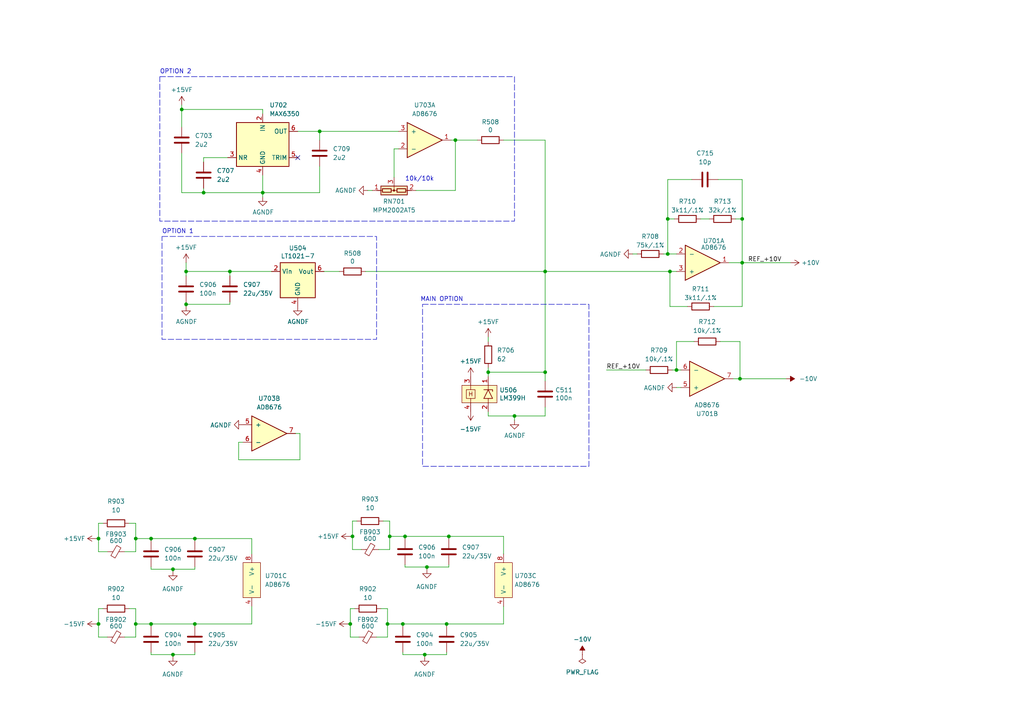
<source format=kicad_sch>
(kicad_sch (version 20230121) (generator eeschema)
  (paper "A4")
  (lib_symbols
    (symbol "ADC_TEST:AGNDF" (power) (pin_names (offset 0))
      (property "Value" "AGNDF" (at 0 -3.81 0))
      (symbol "AGNDF_0_1"
        (polyline (pts (xy 0 0) (xy 0 -1.27) (xy 1.27 -1.27) (xy 0 -2.54) (xy -1.27 -1.27) (xy 0 -1.27)))
      )
      (symbol "AGNDF_1_1"
        (pin power_in line (at 0 0 270) (length 0) hide (name "AGNDF") (number "1"))
      )
    )
    (symbol "ADC_TEST:LM399H" (pin_names (offset 1.016))
      (property "Reference" "U" (at -22.86 11.43 0))
      (property "Value" "LM399H" (at -22.86 11.43 0))
      (symbol "LM399H_0_0"
        (rectangle (start -5.08 2.54) (end 5.08 -2.54) (fill (type background)))
        (rectangle (start -3.81 1.27) (end -1.27 -1.27))
        (polyline (pts (xy -2.54 -2.54) (xy -2.54 -1.27)))
        (polyline (pts (xy -2.54 1.27) (xy -2.54 2.54)))
        (polyline (pts (xy 2.54 -2.54) (xy 2.54 -1.27)))
        (polyline (pts (xy 2.54 1.27) (xy 2.54 2.54)))
        (text "H" (at -2.54 0 0) (effects (font (size 1.27 1.27))))
      )
      (symbol "LM399H_1_1"
        (polyline (pts (xy 1.27 1.27) (xy 3.81 1.27) (xy 3.81 0.762)) (stroke (width 0.2032)))
        (polyline (pts (xy 1.27 -1.27) (xy 3.81 -1.27) (xy 2.54 1.27) (xy 1.27 -1.27)) (stroke (width 0.2032)))
        (pin passive line (at 2.54 5.08 270) (length 2.54) (name "~") (number "1"))
        (pin passive line (at 2.54 -5.08 90) (length 2.54) (name "~") (number "2"))
        (pin passive line (at -2.54 5.08 270) (length 2.54) (name "~") (number "3"))
        (pin passive line (at -2.54 -5.08 90) (length 2.54) (name "~") (number "4"))
      )
    )
    (symbol "ADC_TEST:LT1021-7"
      (property "Reference" "U" (at 0 8.89 0))
      (property "Value" "LT1021-7" (at -5.08 6.35 0))
      (symbol "LT1021-7_0_1"
        (rectangle (start -5.08 5.08) (end 5.08 -5.08) (stroke (width 0.254)) (fill (type background)))
      )
      (symbol "LT1021-7_1_1"
        (pin no_connect non_logic (at 0 5.08 90) (length 0) hide (name "DNC") (number "1"))
        (pin passive line (at -7.62 2.54 0) (length 2.54) (name "Vin") (number "2"))
        (pin no_connect non_logic (at 2.54 -5.08 270) (length 0) hide (name "DNC") (number "3"))
        (pin passive line (at 0 -7.62 90) (length 2.54) (name "GND") (number "4"))
        (pin no_connect non_logic (at 3.81 -5.08 270) (length 0) hide (name "DNC") (number "5"))
        (pin passive line (at 7.62 2.54 180) (length 2.54) (name "Vout") (number "6"))
        (pin no_connect non_logic (at -3.81 -5.08 270) (length 0) hide (name "DNC") (number "7"))
        (pin no_connect non_logic (at -2.54 -5.08 270) (length 0) hide (name "DNC") (number "8"))
      )
    )
    (symbol "Device:C" (pin_numbers hide) (pin_names (offset 0.254))
      (property "Reference" "C" (at 0.635 2.54 0))
      (property "Value" "C" (at 0.635 -2.54 0))
      (symbol "C_0_1"
        (polyline (pts (xy -2.032 -0.762) (xy 2.032 -0.762)) (stroke (width 0.508)))
        (polyline (pts (xy -2.032 0.762) (xy 2.032 0.762)) (stroke (width 0.508)))
      )
      (symbol "C_1_1"
        (pin passive line (at 0 3.81 270) (length 2.794) (name "~") (number "1"))
        (pin passive line (at 0 -3.81 90) (length 2.794) (name "~") (number "2"))
      )
    )
    (symbol "Device:FerriteBead_Small" (pin_numbers hide) (pin_names (offset 0))
      (property "Reference" "FB" (at 1.905 1.27 0))
      (property "Value" "FerriteBead_Small" (at 1.905 -1.27 0))
      (symbol "FerriteBead_Small_0_1"
        (polyline (pts (xy 0 -1.27) (xy 0 -0.7874)))
        (polyline (pts (xy 0 0.889) (xy 0 1.2954)))
        (polyline (pts (xy -1.8288 0.2794) (xy -1.1176 1.4986) (xy 1.8288 -0.2032) (xy 1.1176 -1.4224) (xy -1.8288 0.2794)))
      )
      (symbol "FerriteBead_Small_1_1"
        (pin passive line (at 0 2.54 270) (length 1.27) (name "~") (number "1"))
        (pin passive line (at 0 -2.54 90) (length 1.27) (name "~") (number "2"))
      )
    )
    (symbol "Device:R" (pin_numbers hide) (pin_names (offset 0))
      (property "Reference" "R" (at 2.032 0 90))
      (property "Value" "R" (at 0 0 90))
      (symbol "R_0_1"
        (rectangle (start -1.016 -2.54) (end 1.016 2.54) (stroke (width 0.254)))
      )
      (symbol "R_1_1"
        (pin passive line (at 0 3.81 270) (length 1.27) (name "~") (number "1"))
        (pin passive line (at 0 -3.81 90) (length 1.27) (name "~") (number "2"))
      )
    )
    (symbol "Device:VoltageDivider_CenterPin3" (pin_names (offset 0) hide)
      (property "Reference" "RN" (at -4.445 0 90))
      (property "Value" "VoltageDivider_CenterPin3" (at -2.54 0 90))
      (symbol "VoltageDivider_CenterPin3_0_1"
        (rectangle (start -1.27 -3.81) (end 1.27 3.81) (stroke (width 0.254)) (fill (type background)))
        (rectangle (start -0.508 -3.3782) (end 0.508 -0.8382) (stroke (width 0.254)))
        (rectangle (start -0.508 3.3782) (end 0.508 0.8382) (stroke (width 0.254)))
        (polyline (pts (xy 0 -5.08) (xy 0 -3.429)))
        (polyline (pts (xy 0 0.889) (xy 0 -0.889)))
        (polyline (pts (xy 0 5.08) (xy 0 3.3782)))
        (polyline (pts (xy 1.27 0) (xy 0 0)))
        (circle (center 0 0.0254) (radius 0.254) (fill (type outline)))
      )
      (symbol "VoltageDivider_CenterPin3_1_1"
        (pin passive line (at 0 6.35 270) (length 2.54) (name "~") (number "1"))
        (pin passive line (at 0 -6.35 90) (length 2.54) (name "~") (number "2"))
        (pin passive line (at 3.81 0 180) (length 2.54) (name "~") (number "3"))
      )
    )
    (symbol "ETH1CREF1A:+15VF" (power) (pin_names (offset 0))
      (property "Value" "+15VF" (at 0 3.556 0))
      (symbol "+15VF_0_1"
        (polyline (pts (xy -0.762 1.27) (xy 0 2.54)))
        (polyline (pts (xy 0 0) (xy 0 2.54)))
        (polyline (pts (xy 0 2.54) (xy 0.762 1.27)))
      )
      (symbol "+15VF_1_1"
        (pin power_in line (at 0 0 90) (length 0) hide (name "+15VF") (number "1"))
      )
    )
    (symbol "ETH1CREF1A:-15VF" (power) (pin_names (offset 0))
      (property "Value" "-15VF" (at 0 3.556 0))
      (symbol "-15VF_0_1"
        (polyline (pts (xy -0.762 1.27) (xy 0 2.54)))
        (polyline (pts (xy 0 0) (xy 0 2.54)))
        (polyline (pts (xy 0 2.54) (xy 0.762 1.27)))
      )
      (symbol "-15VF_1_1"
        (pin power_in line (at 0 0 90) (length 0) hide (name "-15VF") (number "1"))
      )
    )
    (symbol "ETH1CREF1A:AD8676" (pin_names (offset 1.016))
      (property "Reference" "U" (at 7.62 6.35 0))
      (property "Value" "AD8676" (at 7.62 3.81 0))
      (symbol "AD8676_1_1"
        (polyline (pts (xy -3.81 5.08) (xy 6.35 0) (xy -3.81 -5.08) (xy -3.81 5.08)) (stroke (width 0.254)) (fill (type background)))
        (pin output line (at 8.89 0 180) (length 2.54) (name "~") (number "1"))
        (pin input line (at -6.35 -2.54 0) (length 2.54) (name "-") (number "2"))
        (pin input line (at -6.35 2.54 0) (length 2.54) (name "+") (number "3"))
      )
      (symbol "AD8676_2_1"
        (polyline (pts (xy -3.81 5.08) (xy 6.35 0) (xy -3.81 -5.08) (xy -3.81 5.08)) (stroke (width 0.254)) (fill (type background)))
        (pin input line (at -6.35 2.54 0) (length 2.54) (name "+") (number "5"))
        (pin input line (at -6.35 -2.54 0) (length 2.54) (name "-") (number "6"))
        (pin output line (at 8.89 0 180) (length 2.54) (name "~") (number "7"))
      )
      (symbol "AD8676_3_1"
        (rectangle (start -2.54 5.08) (end 2.54 -5.08) (fill (type background)))
        (pin passive line (at 0 -7.62 90) (length 2.54) (name "V-") (number "4"))
        (pin passive line (at 0 7.62 270) (length 2.54) (name "V+") (number "8"))
      )
    )
    (symbol "ETH1CREF1A:AGNDF" (power) (pin_names (offset 0))
      (property "Value" "AGNDF" (at 0 -3.81 0))
      (symbol "AGNDF_0_1"
        (polyline (pts (xy 0 0) (xy 0 -1.27) (xy 1.27 -1.27) (xy 0 -2.54) (xy -1.27 -1.27) (xy 0 -1.27)))
      )
      (symbol "AGNDF_1_1"
        (pin power_in line (at 0 0 270) (length 0) hide (name "AGNDF") (number "1"))
      )
    )
    (symbol "Reference_Voltage:MAX6350"
      (property "Reference" "U" (at 1.27 6.35 0))
      (property "Value" "MAX6350" (at 1.27 -8.89 0))
      (symbol "MAX6350_0_1"
        (rectangle (start -7.62 5.08) (end 7.62 -7.62) (stroke (width 0.254)) (fill (type background)))
      )
      (symbol "MAX6350_1_1"
        (pin no_connect line (at -7.62 -2.54 0) (length 2.54) hide (name "NC") (number "1"))
        (pin power_in line (at 0 7.62 270) (length 2.54) (name "IN") (number "2"))
        (pin passive line (at -10.16 -5.08 0) (length 2.54) (name "NR") (number "3"))
        (pin power_in line (at 0 -10.16 90) (length 2.54) (name "GND") (number "4"))
        (pin passive line (at 10.16 -5.08 180) (length 2.54) (name "TRIM") (number "5"))
        (pin power_out line (at 10.16 2.54 180) (length 2.54) (name "OUT") (number "6"))
        (pin no_connect line (at 7.62 0 180) (length 2.54) hide (name "NC") (number "7"))
        (pin no_connect line (at 7.62 -2.54 180) (length 2.54) hide (name "NC") (number "8"))
      )
    )
    (symbol "power:+10V" (power) (pin_names (offset 0))
      (property "Value" "+10V" (at 0 3.556 0))
      (symbol "+10V_0_1"
        (polyline (pts (xy -0.762 1.27) (xy 0 2.54)))
        (polyline (pts (xy 0 0) (xy 0 2.54)))
        (polyline (pts (xy 0 2.54) (xy 0.762 1.27)))
      )
      (symbol "+10V_1_1"
        (pin power_in line (at 0 0 90) (length 0) hide (name "+10V") (number "1"))
      )
    )
    (symbol "power:-10V" (power) (pin_names (offset 0))
      (property "Value" "-10V" (at 0 3.81 0))
      (symbol "-10V_0_0"
        (pin power_in line (at 0 0 90) (length 0) hide (name "-10V") (number "1"))
      )
      (symbol "-10V_0_1"
        (polyline (pts (xy 0 0) (xy 0 1.27) (xy 0.762 1.27) (xy 0 2.54) (xy -0.762 1.27) (xy 0 1.27)) (fill (type outline)))
      )
    )
    (symbol "power:PWR_FLAG" (power) (pin_numbers hide) (pin_names (offset 0) hide)
      (property "Value" "PWR_FLAG" (at 0 3.81 0))
      (symbol "PWR_FLAG_0_0"
        (pin power_out line (at 0 0 90) (length 0) (name "pwr") (number "1"))
      )
      (symbol "PWR_FLAG_0_1"
        (polyline (pts (xy 0 0) (xy 0 1.27) (xy -1.016 1.905) (xy 0 2.54) (xy 1.016 1.905) (xy 0 1.27)))
      )
    )
  )
  (junction (at 194.31 78.74))
  (junction (at 76.2 55.88))
  (junction (at 43.815 180.975))
  (junction (at 53.975 78.74))
  (junction (at 196.215 107.315))
  (junction (at 214.63 109.855))
  (junction (at 56.515 180.975))
  (junction (at 130.175 155.575))
  (junction (at 123.825 164.465))
  (junction (at 215.265 76.2))
  (junction (at 28.575 156.21))
  (junction (at 39.37 156.21))
  (junction (at 158.115 78.74))
  (junction (at 215.265 63.5))
  (junction (at 66.675 78.74))
  (junction (at 50.165 165.1))
  (junction (at 123.19 189.865))
  (junction (at 56.515 156.21))
  (junction (at 52.705 31.75))
  (junction (at 101.6 180.975))
  (junction (at 50.165 189.865))
  (junction (at 158.115 107.95))
  (junction (at 92.71 38.1))
  (junction (at 132.08 40.64))
  (junction (at 113.03 155.575))
  (junction (at 149.225 120.65))
  (junction (at 193.675 73.66))
  (junction (at 116.84 180.975))
  (junction (at 53.975 88.265))
  (junction (at 141.605 107.95))
  (junction (at 193.675 63.5))
  (junction (at 129.54 180.975))
  (junction (at 28.575 180.975))
  (junction (at 39.37 180.975))
  (junction (at 117.475 155.575))
  (junction (at 102.235 155.575))
  (junction (at 59.055 55.88))
  (junction (at 112.395 180.975))
  (junction (at 43.815 156.21))
  (no_connect (at 86.36 45.72))
  (wire (pts (xy 76.2 55.88) (xy 76.2 50.8)))
  (wire (pts (xy 93.98 78.74) (xy 98.425 78.74)))
  (wire (pts (xy 28.575 160.02) (xy 31.115 160.02)))
  (wire (pts (xy 117.475 164.465) (xy 123.825 164.465)))
  (wire (pts (xy 43.815 189.23) (xy 43.815 189.865)))
  (wire (pts (xy 66.675 78.74) (xy 78.74 78.74)))
  (wire (pts (xy 102.87 176.53) (xy 101.6 176.53)))
  (wire (pts (xy 215.265 63.5) (xy 215.265 76.2)))
  (wire (pts (xy 149.225 121.92) (xy 149.225 120.65)))
  (wire (pts (xy 213.36 63.5) (xy 215.265 63.5)))
  (wire (pts (xy 66.675 78.74) (xy 53.975 78.74)))
  (wire (pts (xy 130.175 155.575) (xy 146.05 155.575)))
  (wire (pts (xy 117.475 155.575) (xy 117.475 156.21)))
  (wire (pts (xy 208.915 99.06) (xy 214.63 99.06)))
  (wire (pts (xy 29.845 176.53) (xy 28.575 176.53)))
  (wire (pts (xy 100.965 180.975) (xy 101.6 180.975)))
  (wire (pts (xy 116.84 180.975) (xy 129.54 180.975)))
  (wire (pts (xy 53.975 88.265) (xy 66.675 88.265)))
  (wire (pts (xy 211.455 76.2) (xy 215.265 76.2)))
  (wire (pts (xy 141.605 107.95) (xy 158.115 107.95)))
  (wire (pts (xy 92.71 38.1) (xy 115.57 38.1)))
  (wire (pts (xy 29.845 151.765) (xy 28.575 151.765)))
  (wire (pts (xy 183.515 73.66) (xy 184.785 73.66)))
  (wire (pts (xy 130.81 40.64) (xy 132.08 40.64)))
  (wire (pts (xy 86.995 133.35) (xy 86.995 125.73)))
  (wire (pts (xy 215.265 88.9) (xy 215.265 76.2)))
  (wire (pts (xy 112.395 184.785) (xy 112.395 180.975)))
  (wire (pts (xy 56.515 156.21) (xy 73.025 156.21)))
  (wire (pts (xy 102.235 151.13) (xy 102.235 155.575)))
  (wire (pts (xy 27.94 156.21) (xy 28.575 156.21)))
  (wire (pts (xy 215.265 52.07) (xy 215.265 63.5)))
  (wire (pts (xy 208.28 52.07) (xy 215.265 52.07)))
  (wire (pts (xy 193.675 63.5) (xy 195.58 63.5)))
  (wire (pts (xy 193.675 73.66) (xy 193.675 63.5)))
  (wire (pts (xy 28.575 156.21) (xy 28.575 160.02)))
  (wire (pts (xy 53.975 87.63) (xy 53.975 88.265)))
  (wire (pts (xy 43.815 189.865) (xy 50.165 189.865)))
  (wire (pts (xy 106.68 55.245) (xy 107.95 55.245)))
  (wire (pts (xy 194.945 107.315) (xy 196.215 107.315)))
  (wire (pts (xy 50.165 165.1) (xy 50.165 165.735)))
  (wire (pts (xy 59.055 55.88) (xy 52.705 55.88)))
  (wire (pts (xy 43.815 156.21) (xy 56.515 156.21)))
  (wire (pts (xy 158.115 120.65) (xy 158.115 118.11)))
  (wire (pts (xy 52.705 31.75) (xy 52.705 36.83)))
  (wire (pts (xy 70.485 128.27) (xy 69.215 128.27)))
  (wire (pts (xy 158.115 107.95) (xy 158.115 78.74)))
  (wire (pts (xy 116.84 189.865) (xy 123.19 189.865)))
  (wire (pts (xy 196.215 107.315) (xy 196.215 99.06)))
  (wire (pts (xy 123.825 164.465) (xy 130.175 164.465)))
  (wire (pts (xy 106.045 78.74) (xy 158.115 78.74)))
  (wire (pts (xy 207.01 88.9) (xy 215.265 88.9)))
  (wire (pts (xy 76.2 55.88) (xy 76.2 57.15)))
  (wire (pts (xy 66.675 78.74) (xy 66.675 80.01)))
  (wire (pts (xy 102.235 155.575) (xy 102.235 159.385)))
  (wire (pts (xy 194.31 78.74) (xy 194.31 88.9)))
  (wire (pts (xy 103.505 151.13) (xy 102.235 151.13)))
  (wire (pts (xy 196.215 99.06) (xy 201.295 99.06)))
  (wire (pts (xy 76.2 33.02) (xy 76.2 31.75)))
  (wire (pts (xy 132.08 40.64) (xy 138.43 40.64)))
  (wire (pts (xy 39.37 184.785) (xy 39.37 180.975)))
  (wire (pts (xy 50.165 165.1) (xy 56.515 165.1)))
  (wire (pts (xy 52.705 44.45) (xy 52.705 55.88)))
  (wire (pts (xy 117.475 155.575) (xy 130.175 155.575)))
  (wire (pts (xy 123.19 189.865) (xy 123.19 190.5)))
  (wire (pts (xy 114.3 51.435) (xy 114.3 43.18)))
  (wire (pts (xy 101.6 184.785) (xy 104.14 184.785)))
  (wire (pts (xy 39.37 151.765) (xy 37.465 151.765)))
  (wire (pts (xy 112.395 180.975) (xy 112.395 176.53)))
  (wire (pts (xy 69.215 133.35) (xy 86.995 133.35)))
  (wire (pts (xy 102.235 159.385) (xy 104.775 159.385)))
  (wire (pts (xy 196.215 107.315) (xy 197.485 107.315)))
  (wire (pts (xy 39.37 156.21) (xy 39.37 151.765)))
  (wire (pts (xy 56.515 165.1) (xy 56.515 164.465)))
  (wire (pts (xy 50.165 189.865) (xy 56.515 189.865)))
  (wire (pts (xy 28.575 151.765) (xy 28.575 156.21)))
  (wire (pts (xy 193.675 52.07) (xy 200.66 52.07)))
  (wire (pts (xy 196.215 78.74) (xy 194.31 78.74)))
  (wire (pts (xy 59.055 55.88) (xy 76.2 55.88)))
  (wire (pts (xy 43.815 156.21) (xy 43.815 156.845)))
  (wire (pts (xy 194.31 88.9) (xy 199.39 88.9)))
  (wire (pts (xy 39.37 176.53) (xy 37.465 176.53)))
  (wire (pts (xy 101.6 155.575) (xy 102.235 155.575)))
  (wire (pts (xy 92.71 55.88) (xy 92.71 48.26)))
  (wire (pts (xy 43.815 164.465) (xy 43.815 165.1)))
  (wire (pts (xy 141.605 119.38) (xy 141.605 120.65)))
  (wire (pts (xy 116.84 180.975) (xy 116.84 181.61)))
  (wire (pts (xy 123.825 164.465) (xy 123.825 165.1)))
  (wire (pts (xy 56.515 180.975) (xy 73.025 180.975)))
  (wire (pts (xy 92.71 38.1) (xy 86.36 38.1)))
  (wire (pts (xy 113.03 159.385) (xy 113.03 155.575)))
  (wire (pts (xy 203.2 63.5) (xy 205.74 63.5)))
  (wire (pts (xy 101.6 176.53) (xy 101.6 180.975)))
  (wire (pts (xy 214.63 109.855) (xy 212.725 109.855)))
  (wire (pts (xy 27.94 180.975) (xy 28.575 180.975)))
  (wire (pts (xy 56.515 156.21) (xy 56.515 156.845)))
  (wire (pts (xy 53.975 78.74) (xy 53.975 80.01)))
  (wire (pts (xy 39.37 160.02) (xy 39.37 156.21)))
  (wire (pts (xy 149.225 120.65) (xy 158.115 120.65)))
  (wire (pts (xy 43.815 165.1) (xy 50.165 165.1)))
  (wire (pts (xy 215.265 76.2) (xy 229.235 76.2)))
  (wire (pts (xy 214.63 109.855) (xy 227.965 109.855)))
  (wire (pts (xy 141.605 106.68) (xy 141.605 107.95)))
  (wire (pts (xy 114.3 43.18) (xy 115.57 43.18)))
  (wire (pts (xy 59.055 54.61) (xy 59.055 55.88)))
  (wire (pts (xy 146.05 40.64) (xy 158.115 40.64)))
  (wire (pts (xy 113.03 151.13) (xy 111.125 151.13)))
  (wire (pts (xy 196.215 73.66) (xy 193.675 73.66)))
  (wire (pts (xy 56.515 180.975) (xy 56.515 181.61)))
  (wire (pts (xy 101.6 180.975) (xy 101.6 184.785)))
  (wire (pts (xy 50.165 189.865) (xy 50.165 190.5)))
  (wire (pts (xy 52.705 30.48) (xy 52.705 31.75)))
  (wire (pts (xy 39.37 156.21) (xy 43.815 156.21)))
  (wire (pts (xy 109.22 184.785) (xy 112.395 184.785)))
  (wire (pts (xy 69.215 128.27) (xy 69.215 133.35)))
  (wire (pts (xy 53.975 88.265) (xy 53.975 88.9)))
  (wire (pts (xy 146.05 180.975) (xy 146.05 175.895)))
  (wire (pts (xy 129.54 189.865) (xy 129.54 189.23)))
  (wire (pts (xy 116.84 189.23) (xy 116.84 189.865)))
  (wire (pts (xy 158.115 40.64) (xy 158.115 78.74)))
  (wire (pts (xy 123.19 189.865) (xy 129.54 189.865)))
  (wire (pts (xy 129.54 180.975) (xy 129.54 181.61)))
  (wire (pts (xy 113.03 155.575) (xy 113.03 151.13)))
  (wire (pts (xy 39.37 180.975) (xy 43.815 180.975)))
  (wire (pts (xy 112.395 180.975) (xy 116.84 180.975)))
  (wire (pts (xy 39.37 180.975) (xy 39.37 176.53)))
  (wire (pts (xy 175.895 107.315) (xy 187.325 107.315)))
  (wire (pts (xy 158.115 110.49) (xy 158.115 107.95)))
  (wire (pts (xy 112.395 176.53) (xy 110.49 176.53)))
  (wire (pts (xy 113.03 155.575) (xy 117.475 155.575)))
  (wire (pts (xy 141.605 120.65) (xy 149.225 120.65)))
  (wire (pts (xy 86.995 125.73) (xy 85.725 125.73)))
  (wire (pts (xy 56.515 189.865) (xy 56.515 189.23)))
  (wire (pts (xy 117.475 163.83) (xy 117.475 164.465)))
  (wire (pts (xy 120.65 55.245) (xy 132.08 55.245)))
  (wire (pts (xy 59.055 46.99) (xy 59.055 45.72)))
  (wire (pts (xy 196.215 112.395) (xy 197.485 112.395)))
  (wire (pts (xy 129.54 180.975) (xy 146.05 180.975)))
  (wire (pts (xy 158.115 78.74) (xy 194.31 78.74)))
  (wire (pts (xy 76.2 55.88) (xy 92.71 55.88)))
  (wire (pts (xy 146.05 160.655) (xy 146.05 155.575)))
  (wire (pts (xy 36.195 184.785) (xy 39.37 184.785)))
  (wire (pts (xy 141.605 97.79) (xy 141.605 99.06)))
  (wire (pts (xy 92.71 40.64) (xy 92.71 38.1)))
  (wire (pts (xy 130.175 155.575) (xy 130.175 156.21)))
  (wire (pts (xy 76.2 31.75) (xy 52.705 31.75)))
  (wire (pts (xy 53.975 76.2) (xy 53.975 78.74)))
  (wire (pts (xy 28.575 176.53) (xy 28.575 180.975)))
  (wire (pts (xy 73.025 180.975) (xy 73.025 175.895)))
  (wire (pts (xy 59.055 45.72) (xy 66.04 45.72)))
  (wire (pts (xy 36.195 160.02) (xy 39.37 160.02)))
  (wire (pts (xy 132.08 55.245) (xy 132.08 40.64)))
  (wire (pts (xy 43.815 180.975) (xy 43.815 181.61)))
  (wire (pts (xy 109.855 159.385) (xy 113.03 159.385)))
  (wire (pts (xy 28.575 184.785) (xy 31.115 184.785)))
  (wire (pts (xy 193.675 63.5) (xy 193.675 52.07)))
  (wire (pts (xy 214.63 99.06) (xy 214.63 109.855)))
  (wire (pts (xy 28.575 180.975) (xy 28.575 184.785)))
  (wire (pts (xy 73.025 160.655) (xy 73.025 156.21)))
  (wire (pts (xy 66.675 87.63) (xy 66.675 88.265)))
  (wire (pts (xy 43.815 180.975) (xy 56.515 180.975)))
  (wire (pts (xy 130.175 164.465) (xy 130.175 163.83)))
  (wire (pts (xy 141.605 107.95) (xy 141.605 109.22)))
  (wire (pts (xy 192.405 73.66) (xy 193.675 73.66)))
  (rectangle (start 122.555 88.265) (end 170.815 135.255) (stroke (width 0) (type dash)))
  (rectangle (start 46.355 22.225) (end 149.225 64.135) (stroke (width 0) (type dash)))
  (rectangle (start 46.99 68.58) (end 109.22 98.425) (stroke (width 0) (type dash)))
  (text "OPTION 2" (at 46.355 21.59 0) (effects (font (size 1.27 1.27)) (justify left bottom)))
  (text "10k/10k" (at 117.475 52.705 0) (effects (font (size 1.27 1.27)) (justify left bottom)))
  (text "OPTION 1" (at 46.99 67.945 0) (effects (font (size 1.27 1.27)) (justify left bottom)))
  (text "MAIN OPTION" (at 121.92 87.63 0) (effects (font (size 1.27 1.27)) (justify left bottom)))
  (label "REF_+10V" (at 226.695 76.2 180))
  (label "REF_+10V" (at 175.895 107.315 0))
  (symbol (lib_id "Device:C") (at 53.975 83.82 0) (unit 1)
    (property "Reference" "C906" (at 57.785 82.55 0) (effects (justify left)))
    (property "Value" "100n" (at 57.785 85.09 0) (effects (justify left)))
    (instances (project "ETH1CREF1A" (path "" (reference "C906") (unit 1)) (path "" (reference "C704") (unit 1))))
  )
  (symbol (lib_id "Device:FerriteBead_Small") (at 106.68 184.785 90) (unit 1)
    (property "Reference" "FB902" (at 106.68 179.705 90))
    (property "Value" "600" (at 106.68 181.61 90))
    (instances (project "ETH1CREF1A" (path "" (reference "FB902") (unit 1)) (path "" (reference "FB703") (unit 1))))
  )
  (symbol (lib_id "Device:R") (at 141.605 102.87 0) (unit 1)
    (property "Reference" "R706" (at 144.145 101.6 0) (effects (justify left)))
    (property "Value" "62" (at 144.145 104.14 0) (effects (justify left)))
  )
  (symbol (lib_id "Device:R") (at 33.655 151.765 90) (unit 1)
    (property "Reference" "R903" (at 33.655 145.415 90))
    (property "Value" "10" (at 33.655 147.955 90))
    (instances (project "ETH1CREF1A" (path "" (reference "R903") (unit 1)) (path "" (reference "R701") (unit 1))))
  )
  (symbol (lib_id "Device:C") (at 59.055 50.8 0) (unit 1)
    (property "Reference" "C707" (at 62.865 49.53 0) (effects (justify left)))
    (property "Value" "2u2" (at 62.865 52.07 0) (effects (justify left)))
  )
  (symbol (lib_id "ETH1CREF1A:+15VF") (at 27.94 156.21 90) (unit 1)
    (property "Reference" "#PWR0911" (effects hide))
    (property "Value" "+15VF" (at 24.765 156.21 90) (effects (justify left)))
    (instances (project "ETH1CREF1A" (path "" (reference "#PWR0911") (unit 1)) (path "" (reference "#PWR0701") (unit 1))))
  )
  (symbol (lib_id "ETH1CREF1A:AGNDF") (at 123.825 165.1 0) (unit 1)
    (property "Reference" "#PWR0912" (effects hide))
    (property "Value" "AGNDF" (at 123.825 170.18 0))
    (instances (project "ETH1CREF1A" (path "" (reference "#PWR0912") (unit 1)) (path "" (reference "#PWR0715") (unit 1))))
  )
  (symbol (lib_id "Device:R") (at 203.2 88.9 90) (unit 1)
    (property "Reference" "R711" (at 203.2 83.82 90))
    (property "Value" "3k11/.1%" (at 203.2 86.36 90))
  )
  (symbol (lib_id "Device:FerriteBead_Small") (at 33.655 184.785 90) (unit 1)
    (property "Reference" "FB902" (at 33.655 179.705 90))
    (property "Value" "600" (at 33.655 181.61 90))
    (instances (project "ETH1CREF1A" (path "" (reference "FB902") (unit 1)) (path "" (reference "FB702") (unit 1))))
  )
  (symbol (lib_id "Device:C") (at 52.705 40.64 0) (unit 1)
    (property "Reference" "C703" (at 56.515 39.37 0) (effects (justify left)))
    (property "Value" "2u2" (at 56.515 41.91 0) (effects (justify left)))
  )
  (symbol (lib_id "Device:R") (at 33.655 176.53 90) (unit 1)
    (property "Reference" "R902" (at 33.655 170.815 90))
    (property "Value" "10" (at 33.655 173.355 90))
    (instances (project "ETH1CREF1A" (path "" (reference "R902") (unit 1)) (path "" (reference "R702") (unit 1))))
  )
  (symbol (lib_id "Device:R") (at 142.24 40.64 270) (unit 1)
    (property "Reference" "R508" (at 142.24 35.3822 90))
    (property "Value" "0" (at 142.24 37.6936 90))
    (property "Footprint" "Resistor_SMD:R_0603_1608Metric_Pad1.05x0.95mm_HandSolder" (effects hide))
    (instances (project "ADC_Test" (path "" (reference "R508") (unit 1))) (project "ETH1CREF1A" (path "" (reference "R707") (unit 1))))
  )
  (symbol (lib_id "ADC_TEST:AGNDF") (at 106.68 55.245 270) (unit 1)
    (property "Reference" "#PWR0523" (effects hide))
    (property "Value" "AGNDF" (at 100.33 55.245 90))
    (instances (project "ADC_Test" (path "" (reference "#PWR0523") (unit 1)) (path "" (reference "#PWR?") (unit 1))) (project "ETH1CREF1A" (path "" (reference "#PWR0713") (unit 1))))
  )
  (symbol (lib_id "ETH1CREF1A:AGNDF") (at 50.165 190.5 0) (unit 1)
    (property "Reference" "#PWR0909" (effects hide))
    (property "Value" "AGNDF" (at 50.165 195.58 0))
    (instances (project "ETH1CREF1A" (path "" (reference "#PWR0909") (unit 1)) (path "" (reference "#PWR0704") (unit 1))))
  )
  (symbol (lib_id "ETH1CREF1A:AD8676") (at 203.835 109.855 0) (mirror x) (unit 2)
    (property "Reference" "U701" (at 205.105 120.015 0))
    (property "Value" "AD8676" (at 205.105 117.475 0))
  )
  (symbol (lib_id "Device:VoltageDivider_CenterPin3") (at 114.3 55.245 90) (unit 1)
    (property "Reference" "RN701" (at 114.3 58.42 90))
    (property "Value" "MPM2002AT5" (at 114.3 60.96 90))
  )
  (symbol (lib_id "Device:R") (at 106.68 176.53 90) (unit 1)
    (property "Reference" "R902" (at 106.68 170.815 90))
    (property "Value" "10" (at 106.68 173.355 90))
    (instances (project "ETH1CREF1A" (path "" (reference "R902") (unit 1)) (path "" (reference "R704") (unit 1))))
  )
  (symbol (lib_id "Device:C") (at 66.675 83.82 0) (unit 1)
    (property "Reference" "C907" (at 70.485 82.55 0) (effects (justify left)))
    (property "Value" "22u/35V" (at 70.485 85.09 0) (effects (justify left)))
    (instances (project "ETH1CREF1A" (path "" (reference "C907") (unit 1)) (path "" (reference "C708") (unit 1))))
  )
  (symbol (lib_id "ADC_TEST:AGNDF") (at 76.2 57.15 0) (unit 1)
    (property "Reference" "#PWR0523" (effects hide))
    (property "Value" "AGNDF" (at 76.327 61.5442 0))
    (instances (project "ADC_Test" (path "" (reference "#PWR0523") (unit 1)) (path "" (reference "#PWR?") (unit 1))) (project "ETH1CREF1A" (path "" (reference "#PWR0709") (unit 1))))
  )
  (symbol (lib_id "ETH1CREF1A:AD8676") (at 121.92 40.64 0) (unit 1)
    (property "Reference" "U703" (at 123.19 30.48 0))
    (property "Value" "AD8676" (at 123.19 33.02 0))
  )
  (symbol (lib_id "ADC_TEST:AGNDF") (at 53.975 88.9 0) (unit 1)
    (property "Reference" "#PWR0523" (effects hide))
    (property "Value" "AGNDF" (at 54.102 93.2942 0))
    (instances (project "ADC_Test" (path "" (reference "#PWR0523") (unit 1)) (path "" (reference "#PWR?") (unit 1))) (project "ETH1CREF1A" (path "" (reference "#PWR0707") (unit 1))))
  )
  (symbol (lib_id "Device:C") (at 116.84 185.42 0) (unit 1)
    (property "Reference" "C904" (at 120.65 184.15 0) (effects (justify left)))
    (property "Value" "100n" (at 120.65 186.69 0) (effects (justify left)))
    (instances (project "ETH1CREF1A" (path "" (reference "C904") (unit 1)) (path "" (reference "C710") (unit 1))))
  )
  (symbol (lib_id "ETH1CREF1A:AD8676") (at 202.565 76.2 0) (mirror x) (unit 1)
    (property "Reference" "U701" (at 207.01 69.85 0))
    (property "Value" "AD8676" (at 207.01 71.755 0))
  )
  (symbol (lib_id "Device:C") (at 204.47 52.07 90) (unit 1)
    (property "Reference" "C715" (at 204.47 44.45 90))
    (property "Value" "10p" (at 204.47 46.99 90))
  )
  (symbol (lib_id "power:-10V") (at 227.965 109.855 270) (unit 1)
    (property "Reference" "#PWR0723" (effects hide))
    (property "Value" "-10V" (at 231.775 109.855 90) (effects (justify left)))
  )
  (symbol (lib_id "ADC_TEST:AGNDF") (at 149.225 121.92 0) (unit 1)
    (property "Reference" "#PWR0523" (effects hide))
    (property "Value" "AGNDF" (at 149.352 126.3142 0))
    (instances (project "ADC_Test" (path "" (reference "#PWR0523") (unit 1)) (path "" (reference "#PWR?") (unit 1))) (project "ETH1CREF1A" (path "" (reference "#PWR0719") (unit 1))))
  )
  (symbol (lib_id "Device:C") (at 56.515 185.42 0) (unit 1)
    (property "Reference" "C905" (at 60.325 184.15 0) (effects (justify left)))
    (property "Value" "22u/35V" (at 60.325 186.69 0) (effects (justify left)))
    (instances (project "ETH1CREF1A" (path "" (reference "C905") (unit 1)) (path "" (reference "C706") (unit 1))))
  )
  (symbol (lib_id "ETH1CREF1A:AD8676") (at 73.025 168.275 0) (unit 3)
    (property "Reference" "U701" (at 76.835 167.005 0) (effects (justify left)))
    (property "Value" "AD8676" (at 76.835 169.545 0) (effects (justify left)))
  )
  (symbol (lib_id "ETH1CREF1A:AGNDF") (at 50.165 165.735 0) (unit 1)
    (property "Reference" "#PWR0912" (effects hide))
    (property "Value" "AGNDF" (at 50.165 170.815 0))
    (instances (project "ETH1CREF1A" (path "" (reference "#PWR0912") (unit 1)) (path "" (reference "#PWR0703") (unit 1))))
  )
  (symbol (lib_id "power:-10V") (at 168.91 189.865 0) (unit 1)
    (property "Reference" "#PWR0720" (effects hide))
    (property "Value" "-10V" (at 168.91 185.42 0))
  )
  (symbol (lib_id "ETH1CREF1A:+15VF") (at 136.525 109.22 0) (unit 1)
    (property "Reference" "#PWR0716" (effects hide))
    (property "Value" "+15VF" (at 136.525 104.775 0))
  )
  (symbol (lib_id "ETH1CREF1A:-15VF") (at 100.965 180.975 90) (unit 1)
    (property "Reference" "#PWR0910" (effects hide))
    (property "Value" "-15VF" (at 97.79 180.975 90) (effects (justify left)))
    (instances (project "ETH1CREF1A" (path "" (reference "#PWR0910") (unit 1)) (path "" (reference "#PWR0711") (unit 1))))
  )
  (symbol (lib_id "ETH1CREF1A:-15VF") (at 136.525 119.38 180) (unit 1)
    (property "Reference" "#PWR0717" (effects hide))
    (property "Value" "-15VF" (at 136.525 124.46 0))
  )
  (symbol (lib_id "ETH1CREF1A:+15VF") (at 141.605 97.79 0) (unit 1)
    (property "Reference" "#PWR0718" (effects hide))
    (property "Value" "+15VF" (at 141.605 93.345 0))
  )
  (symbol (lib_id "ADC_TEST:AGNDF") (at 86.36 88.9 0) (unit 1)
    (property "Reference" "#PWR0523" (effects hide))
    (property "Value" "AGNDF" (at 86.487 93.2942 0))
    (instances (project "ADC_Test" (path "" (reference "#PWR0523") (unit 1)) (path "" (reference "#PWR?") (unit 1))) (project "ETH1CREF1A" (path "" (reference "#PWR0710") (unit 1))))
  )
  (symbol (lib_id "power:PWR_FLAG") (at 168.91 189.865 180) (unit 1)
    (property "Reference" "#FLG0701" (effects hide))
    (property "Value" "PWR_FLAG" (at 168.91 194.945 0))
  )
  (symbol (lib_id "ADC_TEST:AGNDF") (at 196.215 112.395 270) (unit 1)
    (property "Reference" "#PWR0519" (effects hide))
    (property "Value" "AGNDF" (at 192.9638 112.522 90) (effects (justify right)))
    (instances (project "ADC_Test" (path "" (reference "#PWR0519") (unit 1)) (path "" (reference "#PWR?") (unit 1))) (project "ETH1CREF1A" (path "" (reference "#PWR0722") (unit 1))))
  )
  (symbol (lib_id "Reference_Voltage:MAX6350") (at 76.2 40.64 0) (unit 1)
    (property "Reference" "U702" (at 78.1559 30.48 0) (effects (justify left)))
    (property "Value" "MAX6350" (at 78.1559 33.02 0) (effects (justify left)))
    (property "Datasheet" "http://datasheets.maximintegrated.com/en/ds/MAX6325-MAX6350.pdf" (effects hide))
  )
  (symbol (lib_id "Device:C") (at 56.515 160.655 0) (unit 1)
    (property "Reference" "C907" (at 60.325 159.385 0) (effects (justify left)))
    (property "Value" "22u/35V" (at 60.325 161.925 0) (effects (justify left)))
    (instances (project "ETH1CREF1A" (path "" (reference "C907") (unit 1)) (path "" (reference "C705") (unit 1))))
  )
  (symbol (lib_id "Device:C") (at 158.115 114.3 0) (unit 1)
    (property "Reference" "C511" (at 161.036 113.1316 0) (effects (justify left)))
    (property "Value" "100n" (at 161.036 115.443 0) (effects (justify left)))
    (property "Footprint" "Capacitor_SMD:C_0603_1608Metric_Pad1.05x0.95mm_HandSolder" (effects hide))
    (instances (project "ADC_Test" (path "" (reference "C511") (unit 1))) (project "ETH1CREF1A" (path "" (reference "C714") (unit 1))))
  )
  (symbol (lib_id "Device:R") (at 107.315 151.13 90) (unit 1)
    (property "Reference" "R903" (at 107.315 144.78 90))
    (property "Value" "10" (at 107.315 147.32 90))
    (instances (project "ETH1CREF1A" (path "" (reference "R903") (unit 1)) (path "" (reference "R705") (unit 1))))
  )
  (symbol (lib_id "Device:FerriteBead_Small") (at 33.655 160.02 90) (unit 1)
    (property "Reference" "FB903" (at 33.655 154.94 90))
    (property "Value" "600" (at 33.655 156.845 90))
    (instances (project "ETH1CREF1A" (path "" (reference "FB903") (unit 1)) (path "" (reference "FB701") (unit 1))))
  )
  (symbol (lib_id "Device:FerriteBead_Small") (at 107.315 159.385 90) (unit 1)
    (property "Reference" "FB903" (at 107.315 154.305 90))
    (property "Value" "600" (at 107.315 156.21 90))
    (instances (project "ETH1CREF1A" (path "" (reference "FB903") (unit 1)) (path "" (reference "FB704") (unit 1))))
  )
  (symbol (lib_id "ETH1CREF1A:AGNDF") (at 123.19 190.5 0) (unit 1)
    (property "Reference" "#PWR0909" (effects hide))
    (property "Value" "AGNDF" (at 123.19 195.58 0))
    (instances (project "ETH1CREF1A" (path "" (reference "#PWR0909") (unit 1)) (path "" (reference "#PWR0714") (unit 1))))
  )
  (symbol (lib_id "ETH1CREF1A:+15VF") (at 52.705 30.48 0) (unit 1)
    (property "Reference" "#PWR0705" (effects hide))
    (property "Value" "+15VF" (at 52.705 26.035 0))
  )
  (symbol (lib_id "ETH1CREF1A:AD8676") (at 76.835 125.73 0) (unit 2)
    (property "Reference" "U703" (at 78.105 115.57 0))
    (property "Value" "AD8676" (at 78.105 118.11 0))
  )
  (symbol (lib_id "Device:R") (at 209.55 63.5 90) (unit 1)
    (property "Reference" "R713" (at 209.55 58.42 90))
    (property "Value" "32k/.1%" (at 209.55 60.96 90))
  )
  (symbol (lib_id "power:+10V") (at 229.235 76.2 270) (unit 1)
    (property "Reference" "#PWR0724" (effects hide))
    (property "Value" "+10V" (at 232.41 76.2 90) (effects (justify left)))
  )
  (symbol (lib_id "Device:C") (at 92.71 44.45 0) (unit 1)
    (property "Reference" "C709" (at 96.52 43.18 0) (effects (justify left)))
    (property "Value" "2u2" (at 96.52 45.72 0) (effects (justify left)))
  )
  (symbol (lib_id "Device:C") (at 130.175 160.02 0) (unit 1)
    (property "Reference" "C907" (at 133.985 158.75 0) (effects (justify left)))
    (property "Value" "22u/35V" (at 133.985 161.29 0) (effects (justify left)))
    (instances (project "ETH1CREF1A" (path "" (reference "C907") (unit 1)) (path "" (reference "C713") (unit 1))))
  )
  (symbol (lib_id "ETH1CREF1A:AD8676") (at 146.05 168.275 0) (unit 3)
    (property "Reference" "U703" (at 149.225 167.005 0) (effects (justify left)))
    (property "Value" "AD8676" (at 149.225 169.545 0) (effects (justify left)))
  )
  (symbol (lib_id "ADC_TEST:AGNDF") (at 183.515 73.66 270) (unit 1)
    (property "Reference" "#PWR0519" (effects hide))
    (property "Value" "AGNDF" (at 180.2638 73.787 90) (effects (justify right)))
    (instances (project "ADC_Test" (path "" (reference "#PWR0519") (unit 1)) (path "" (reference "#PWR?") (unit 1))) (project "ETH1CREF1A" (path "" (reference "#PWR0721") (unit 1))))
  )
  (symbol (lib_id "ADC_TEST:LM399H") (at 139.065 114.3 0) (unit 1)
    (property "Reference" "U506" (at 144.8562 113.1316 0) (effects (justify left)))
    (property "Value" "LM399H" (at 144.8562 115.443 0) (effects (justify left)))
    (property "Footprint" "ADC_TEST:LMx99" (effects hide))
    (instances (project "ADC_Test" (path "" (reference "U506") (unit 1)) (path "" (reference "U?") (unit 1))) (project "ETH1CREF1A" (path "" (reference "U705") (unit 1))))
  )
  (symbol (lib_id "ETH1CREF1A:-15VF") (at 27.94 180.975 90) (unit 1)
    (property "Reference" "#PWR0910" (effects hide))
    (property "Value" "-15VF" (at 24.765 180.975 90) (effects (justify left)))
    (instances (project "ETH1CREF1A" (path "" (reference "#PWR0910") (unit 1)) (path "" (reference "#PWR0702") (unit 1))))
  )
  (symbol (lib_id "ADC_TEST:AGNDF") (at 70.485 123.19 270) (unit 1)
    (property "Reference" "#PWR0519" (effects hide))
    (property "Value" "AGNDF" (at 67.2338 123.317 90) (effects (justify right)))
    (instances (project "ADC_Test" (path "" (reference "#PWR0519") (unit 1)) (path "" (reference "#PWR?") (unit 1))) (project "ETH1CREF1A" (path "" (reference "#PWR0708") (unit 1))))
  )
  (symbol (lib_id "Device:R") (at 191.135 107.315 90) (unit 1)
    (property "Reference" "R709" (at 191.135 101.6 90))
    (property "Value" "10k/.1%" (at 191.135 104.14 90))
  )
  (symbol (lib_id "Device:R") (at 188.595 73.66 90) (unit 1)
    (property "Reference" "R708" (at 188.595 68.58 90))
    (property "Value" "75k/.1%" (at 188.595 71.12 90))
  )
  (symbol (lib_id "Device:R") (at 199.39 63.5 90) (unit 1)
    (property "Reference" "R710" (at 199.39 58.42 90))
    (property "Value" "3k11/.1%" (at 199.39 60.96 90))
  )
  (symbol (lib_id "ETH1CREF1A:+15VF") (at 53.975 76.2 0) (unit 1)
    (property "Reference" "#PWR0706" (effects hide))
    (property "Value" "+15VF" (at 53.975 71.755 0))
  )
  (symbol (lib_id "Device:C") (at 43.815 160.655 0) (unit 1)
    (property "Reference" "C906" (at 47.625 159.385 0) (effects (justify left)))
    (property "Value" "100n" (at 47.625 161.925 0) (effects (justify left)))
    (instances (project "ETH1CREF1A" (path "" (reference "C906") (unit 1)) (path "" (reference "C701") (unit 1))))
  )
  (symbol (lib_id "Device:C") (at 129.54 185.42 0) (unit 1)
    (property "Reference" "C905" (at 133.35 184.15 0) (effects (justify left)))
    (property "Value" "22u/35V" (at 133.35 186.69 0) (effects (justify left)))
    (instances (project "ETH1CREF1A" (path "" (reference "C905") (unit 1)) (path "" (reference "C712") (unit 1))))
  )
  (symbol (lib_id "Device:R") (at 102.235 78.74 270) (unit 1)
    (property "Reference" "R508" (at 102.235 73.4822 90))
    (property "Value" "0" (at 102.235 75.7936 90))
    (property "Footprint" "Resistor_SMD:R_0603_1608Metric_Pad1.05x0.95mm_HandSolder" (effects hide))
    (instances (project "ADC_Test" (path "" (reference "R508") (unit 1))) (project "ETH1CREF1A" (path "" (reference "R703") (unit 1))))
  )
  (symbol (lib_id "Device:C") (at 43.815 185.42 0) (unit 1)
    (property "Reference" "C904" (at 47.625 184.15 0) (effects (justify left)))
    (property "Value" "100n" (at 47.625 186.69 0) (effects (justify left)))
    (instances (project "ETH1CREF1A" (path "" (reference "C904") (unit 1)) (path "" (reference "C702") (unit 1))))
  )
  (symbol (lib_id "Device:C") (at 117.475 160.02 0) (unit 1)
    (property "Reference" "C906" (at 121.285 158.75 0) (effects (justify left)))
    (property "Value" "100n" (at 121.285 161.29 0) (effects (justify left)))
    (instances (project "ETH1CREF1A" (path "" (reference "C906") (unit 1)) (path "" (reference "C711") (unit 1))))
  )
  (symbol (lib_id "Device:R") (at 205.105 99.06 90) (unit 1)
    (property "Reference" "R712" (at 205.105 93.345 90))
    (property "Value" "10k/.1%" (at 205.105 95.885 90))
  )
  (symbol (lib_id "ADC_TEST:LT1021-7") (at 86.36 81.28 0) (unit 1)
    (property "Reference" "U504" (at 86.36 71.9582 0))
    (property "Value" "LT1021-7" (at 86.36 74.2696 0))
    (property "Footprint" "Package_SO:SOIC-8_3.9x4.9mm_P1.27mm" (effects hide))
    (instances (project "ADC_Test" (path "" (reference "U504") (unit 1)) (path "" (reference "U?") (unit 1))) (project "ETH1CREF1A" (path "" (reference "U704") (unit 1))))
  )
  (symbol (lib_id "ETH1CREF1A:+15VF") (at 101.6 155.575 90) (unit 1)
    (property "Reference" "#PWR0911" (effects hide))
    (property "Value" "+15VF" (at 98.425 155.575 90) (effects (justify left)))
    (instances (project "ETH1CREF1A" (path "" (reference "#PWR0911") (unit 1)) (path "" (reference "#PWR0712") (unit 1))))
  )
)
</source>
